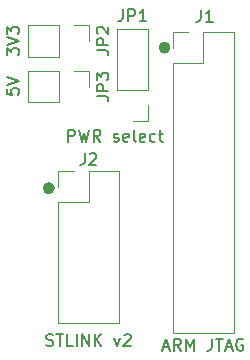
<source format=gto>
G04 #@! TF.GenerationSoftware,KiCad,Pcbnew,6.0.5+dfsg-1~bpo11+1*
G04 #@! TF.CreationDate,2022-08-16T04:58:47+00:00*
G04 #@! TF.ProjectId,olimex_stm32mp1_jtag,6f6c696d-6578-45f7-9374-6d33326d7031,rev?*
G04 #@! TF.SameCoordinates,Original*
G04 #@! TF.FileFunction,Legend,Top*
G04 #@! TF.FilePolarity,Positive*
%FSLAX46Y46*%
G04 Gerber Fmt 4.6, Leading zero omitted, Abs format (unit mm)*
G04 Created by KiCad (PCBNEW 6.0.5+dfsg-1~bpo11+1) date 2022-08-16 04:58:47*
%MOMM*%
%LPD*%
G01*
G04 APERTURE LIST*
%ADD10C,0.522214*%
%ADD11C,0.150000*%
%ADD12C,0.120000*%
G04 APERTURE END LIST*
D10*
X158461107Y-73700000D02*
G75*
G03*
X158461107Y-73700000I-261107J0D01*
G01*
X148661107Y-85600000D02*
G75*
G03*
X148661107Y-85600000I-261107J0D01*
G01*
D11*
X152452380Y-73933333D02*
X153166666Y-73933333D01*
X153309523Y-73980952D01*
X153404761Y-74076190D01*
X153452380Y-74219047D01*
X153452380Y-74314285D01*
X153452380Y-73457142D02*
X152452380Y-73457142D01*
X152452380Y-73076190D01*
X152500000Y-72980952D01*
X152547619Y-72933333D01*
X152642857Y-72885714D01*
X152785714Y-72885714D01*
X152880952Y-72933333D01*
X152928571Y-72980952D01*
X152976190Y-73076190D01*
X152976190Y-73457142D01*
X152547619Y-72504761D02*
X152500000Y-72457142D01*
X152452380Y-72361904D01*
X152452380Y-72123809D01*
X152500000Y-72028571D01*
X152547619Y-71980952D01*
X152642857Y-71933333D01*
X152738095Y-71933333D01*
X152880952Y-71980952D01*
X153452380Y-72552380D01*
X153452380Y-71933333D01*
X144852380Y-74338095D02*
X144852380Y-73719047D01*
X145233333Y-74052380D01*
X145233333Y-73909523D01*
X145280952Y-73814285D01*
X145328571Y-73766666D01*
X145423809Y-73719047D01*
X145661904Y-73719047D01*
X145757142Y-73766666D01*
X145804761Y-73814285D01*
X145852380Y-73909523D01*
X145852380Y-74195238D01*
X145804761Y-74290476D01*
X145757142Y-74338095D01*
X144852380Y-73433333D02*
X145852380Y-73100000D01*
X144852380Y-72766666D01*
X144852380Y-72528571D02*
X144852380Y-71909523D01*
X145233333Y-72242857D01*
X145233333Y-72100000D01*
X145280952Y-72004761D01*
X145328571Y-71957142D01*
X145423809Y-71909523D01*
X145661904Y-71909523D01*
X145757142Y-71957142D01*
X145804761Y-72004761D01*
X145852380Y-72100000D01*
X145852380Y-72385714D01*
X145804761Y-72480952D01*
X145757142Y-72528571D01*
X152452380Y-77813333D02*
X153166666Y-77813333D01*
X153309523Y-77860952D01*
X153404761Y-77956190D01*
X153452380Y-78099047D01*
X153452380Y-78194285D01*
X153452380Y-77337142D02*
X152452380Y-77337142D01*
X152452380Y-76956190D01*
X152500000Y-76860952D01*
X152547619Y-76813333D01*
X152642857Y-76765714D01*
X152785714Y-76765714D01*
X152880952Y-76813333D01*
X152928571Y-76860952D01*
X152976190Y-76956190D01*
X152976190Y-77337142D01*
X152452380Y-76432380D02*
X152452380Y-75813333D01*
X152833333Y-76146666D01*
X152833333Y-76003809D01*
X152880952Y-75908571D01*
X152928571Y-75860952D01*
X153023809Y-75813333D01*
X153261904Y-75813333D01*
X153357142Y-75860952D01*
X153404761Y-75908571D01*
X153452380Y-76003809D01*
X153452380Y-76289523D01*
X153404761Y-76384761D01*
X153357142Y-76432380D01*
X144852380Y-77170476D02*
X144852380Y-77646666D01*
X145328571Y-77694285D01*
X145280952Y-77646666D01*
X145233333Y-77551428D01*
X145233333Y-77313333D01*
X145280952Y-77218095D01*
X145328571Y-77170476D01*
X145423809Y-77122857D01*
X145661904Y-77122857D01*
X145757142Y-77170476D01*
X145804761Y-77218095D01*
X145852380Y-77313333D01*
X145852380Y-77551428D01*
X145804761Y-77646666D01*
X145757142Y-77694285D01*
X144852380Y-76837142D02*
X145852380Y-76503809D01*
X144852380Y-76170476D01*
X154666666Y-70452380D02*
X154666666Y-71166666D01*
X154619047Y-71309523D01*
X154523809Y-71404761D01*
X154380952Y-71452380D01*
X154285714Y-71452380D01*
X155142857Y-71452380D02*
X155142857Y-70452380D01*
X155523809Y-70452380D01*
X155619047Y-70500000D01*
X155666666Y-70547619D01*
X155714285Y-70642857D01*
X155714285Y-70785714D01*
X155666666Y-70880952D01*
X155619047Y-70928571D01*
X155523809Y-70976190D01*
X155142857Y-70976190D01*
X156666666Y-71452380D02*
X156095238Y-71452380D01*
X156380952Y-71452380D02*
X156380952Y-70452380D01*
X156285714Y-70595238D01*
X156190476Y-70690476D01*
X156095238Y-70738095D01*
X150047619Y-81652380D02*
X150047619Y-80652380D01*
X150428571Y-80652380D01*
X150523809Y-80700000D01*
X150571428Y-80747619D01*
X150619047Y-80842857D01*
X150619047Y-80985714D01*
X150571428Y-81080952D01*
X150523809Y-81128571D01*
X150428571Y-81176190D01*
X150047619Y-81176190D01*
X150952380Y-80652380D02*
X151190476Y-81652380D01*
X151380952Y-80938095D01*
X151571428Y-81652380D01*
X151809523Y-80652380D01*
X152761904Y-81652380D02*
X152428571Y-81176190D01*
X152190476Y-81652380D02*
X152190476Y-80652380D01*
X152571428Y-80652380D01*
X152666666Y-80700000D01*
X152714285Y-80747619D01*
X152761904Y-80842857D01*
X152761904Y-80985714D01*
X152714285Y-81080952D01*
X152666666Y-81128571D01*
X152571428Y-81176190D01*
X152190476Y-81176190D01*
X153904761Y-81604761D02*
X154000000Y-81652380D01*
X154190476Y-81652380D01*
X154285714Y-81604761D01*
X154333333Y-81509523D01*
X154333333Y-81461904D01*
X154285714Y-81366666D01*
X154190476Y-81319047D01*
X154047619Y-81319047D01*
X153952380Y-81271428D01*
X153904761Y-81176190D01*
X153904761Y-81128571D01*
X153952380Y-81033333D01*
X154047619Y-80985714D01*
X154190476Y-80985714D01*
X154285714Y-81033333D01*
X155142857Y-81604761D02*
X155047619Y-81652380D01*
X154857142Y-81652380D01*
X154761904Y-81604761D01*
X154714285Y-81509523D01*
X154714285Y-81128571D01*
X154761904Y-81033333D01*
X154857142Y-80985714D01*
X155047619Y-80985714D01*
X155142857Y-81033333D01*
X155190476Y-81128571D01*
X155190476Y-81223809D01*
X154714285Y-81319047D01*
X155761904Y-81652380D02*
X155666666Y-81604761D01*
X155619047Y-81509523D01*
X155619047Y-80652380D01*
X156523809Y-81604761D02*
X156428571Y-81652380D01*
X156238095Y-81652380D01*
X156142857Y-81604761D01*
X156095238Y-81509523D01*
X156095238Y-81128571D01*
X156142857Y-81033333D01*
X156238095Y-80985714D01*
X156428571Y-80985714D01*
X156523809Y-81033333D01*
X156571428Y-81128571D01*
X156571428Y-81223809D01*
X156095238Y-81319047D01*
X157428571Y-81604761D02*
X157333333Y-81652380D01*
X157142857Y-81652380D01*
X157047619Y-81604761D01*
X157000000Y-81557142D01*
X156952380Y-81461904D01*
X156952380Y-81176190D01*
X157000000Y-81080952D01*
X157047619Y-81033333D01*
X157142857Y-80985714D01*
X157333333Y-80985714D01*
X157428571Y-81033333D01*
X157714285Y-80985714D02*
X158095238Y-80985714D01*
X157857142Y-80652380D02*
X157857142Y-81509523D01*
X157904761Y-81604761D01*
X158000000Y-81652380D01*
X158095238Y-81652380D01*
X151436666Y-82622380D02*
X151436666Y-83336666D01*
X151389047Y-83479523D01*
X151293809Y-83574761D01*
X151150952Y-83622380D01*
X151055714Y-83622380D01*
X151865238Y-82717619D02*
X151912857Y-82670000D01*
X152008095Y-82622380D01*
X152246190Y-82622380D01*
X152341428Y-82670000D01*
X152389047Y-82717619D01*
X152436666Y-82812857D01*
X152436666Y-82908095D01*
X152389047Y-83050952D01*
X151817619Y-83622380D01*
X152436666Y-83622380D01*
X148198571Y-98904761D02*
X148341428Y-98952380D01*
X148579523Y-98952380D01*
X148674761Y-98904761D01*
X148722380Y-98857142D01*
X148770000Y-98761904D01*
X148770000Y-98666666D01*
X148722380Y-98571428D01*
X148674761Y-98523809D01*
X148579523Y-98476190D01*
X148389047Y-98428571D01*
X148293809Y-98380952D01*
X148246190Y-98333333D01*
X148198571Y-98238095D01*
X148198571Y-98142857D01*
X148246190Y-98047619D01*
X148293809Y-98000000D01*
X148389047Y-97952380D01*
X148627142Y-97952380D01*
X148770000Y-98000000D01*
X149055714Y-97952380D02*
X149627142Y-97952380D01*
X149341428Y-98952380D02*
X149341428Y-97952380D01*
X150436666Y-98952380D02*
X149960476Y-98952380D01*
X149960476Y-97952380D01*
X150770000Y-98952380D02*
X150770000Y-97952380D01*
X151246190Y-98952380D02*
X151246190Y-97952380D01*
X151817619Y-98952380D01*
X151817619Y-97952380D01*
X152293809Y-98952380D02*
X152293809Y-97952380D01*
X152865238Y-98952380D02*
X152436666Y-98380952D01*
X152865238Y-97952380D02*
X152293809Y-98523809D01*
X153960476Y-98285714D02*
X154198571Y-98952380D01*
X154436666Y-98285714D01*
X154770000Y-98047619D02*
X154817619Y-98000000D01*
X154912857Y-97952380D01*
X155150952Y-97952380D01*
X155246190Y-98000000D01*
X155293809Y-98047619D01*
X155341428Y-98142857D01*
X155341428Y-98238095D01*
X155293809Y-98380952D01*
X154722380Y-98952380D01*
X155341428Y-98952380D01*
X161266666Y-70492380D02*
X161266666Y-71206666D01*
X161219047Y-71349523D01*
X161123809Y-71444761D01*
X160980952Y-71492380D01*
X160885714Y-71492380D01*
X162266666Y-71492380D02*
X161695238Y-71492380D01*
X161980952Y-71492380D02*
X161980952Y-70492380D01*
X161885714Y-70635238D01*
X161790476Y-70730476D01*
X161695238Y-70778095D01*
X158114047Y-99051666D02*
X158590238Y-99051666D01*
X158018809Y-99337380D02*
X158352142Y-98337380D01*
X158685476Y-99337380D01*
X159590238Y-99337380D02*
X159256904Y-98861190D01*
X159018809Y-99337380D02*
X159018809Y-98337380D01*
X159399761Y-98337380D01*
X159495000Y-98385000D01*
X159542619Y-98432619D01*
X159590238Y-98527857D01*
X159590238Y-98670714D01*
X159542619Y-98765952D01*
X159495000Y-98813571D01*
X159399761Y-98861190D01*
X159018809Y-98861190D01*
X160018809Y-99337380D02*
X160018809Y-98337380D01*
X160352142Y-99051666D01*
X160685476Y-98337380D01*
X160685476Y-99337380D01*
X162209285Y-98337380D02*
X162209285Y-99051666D01*
X162161666Y-99194523D01*
X162066428Y-99289761D01*
X161923571Y-99337380D01*
X161828333Y-99337380D01*
X162542619Y-98337380D02*
X163114047Y-98337380D01*
X162828333Y-99337380D02*
X162828333Y-98337380D01*
X163399761Y-99051666D02*
X163875952Y-99051666D01*
X163304523Y-99337380D02*
X163637857Y-98337380D01*
X163971190Y-99337380D01*
X164828333Y-98385000D02*
X164733095Y-98337380D01*
X164590238Y-98337380D01*
X164447380Y-98385000D01*
X164352142Y-98480238D01*
X164304523Y-98575476D01*
X164256904Y-98765952D01*
X164256904Y-98908809D01*
X164304523Y-99099285D01*
X164352142Y-99194523D01*
X164447380Y-99289761D01*
X164590238Y-99337380D01*
X164685476Y-99337380D01*
X164828333Y-99289761D01*
X164875952Y-99242142D01*
X164875952Y-98908809D01*
X164685476Y-98908809D01*
D12*
X149230000Y-71790000D02*
X146630000Y-71790000D01*
X150500000Y-71790000D02*
X151830000Y-71790000D01*
X149230000Y-71790000D02*
X149230000Y-74450000D01*
X146630000Y-71790000D02*
X146630000Y-74450000D01*
X151830000Y-71790000D02*
X151830000Y-73120000D01*
X149230000Y-74450000D02*
X146630000Y-74450000D01*
X150500000Y-75670000D02*
X151830000Y-75670000D01*
X149230000Y-75670000D02*
X149230000Y-78330000D01*
X149230000Y-75670000D02*
X146630000Y-75670000D01*
X146630000Y-75670000D02*
X146630000Y-78330000D01*
X151830000Y-75670000D02*
X151830000Y-77000000D01*
X149230000Y-78330000D02*
X146630000Y-78330000D01*
X156830000Y-77270000D02*
X156830000Y-72130000D01*
X156830000Y-77270000D02*
X154170000Y-77270000D01*
X156830000Y-78540000D02*
X156830000Y-79870000D01*
X156830000Y-72130000D02*
X154170000Y-72130000D01*
X156830000Y-79870000D02*
X155500000Y-79870000D01*
X154170000Y-77270000D02*
X154170000Y-72130000D01*
X149170000Y-85500000D02*
X149170000Y-84170000D01*
X149170000Y-86770000D02*
X151770000Y-86770000D01*
X151770000Y-86770000D02*
X151770000Y-84170000D01*
X154370000Y-84170000D02*
X154370000Y-96990000D01*
X149170000Y-84170000D02*
X150500000Y-84170000D01*
X149170000Y-86770000D02*
X149170000Y-96990000D01*
X151770000Y-84170000D02*
X154370000Y-84170000D01*
X149170000Y-96990000D02*
X154370000Y-96990000D01*
X158895000Y-73695000D02*
X158895000Y-72365000D01*
X158895000Y-72365000D02*
X160225000Y-72365000D01*
X158895000Y-97885000D02*
X164095000Y-97885000D01*
X161495000Y-74965000D02*
X161495000Y-72365000D01*
X164095000Y-72365000D02*
X164095000Y-97885000D01*
X161495000Y-72365000D02*
X164095000Y-72365000D01*
X158895000Y-74965000D02*
X158895000Y-97885000D01*
X158895000Y-74965000D02*
X161495000Y-74965000D01*
M02*

</source>
